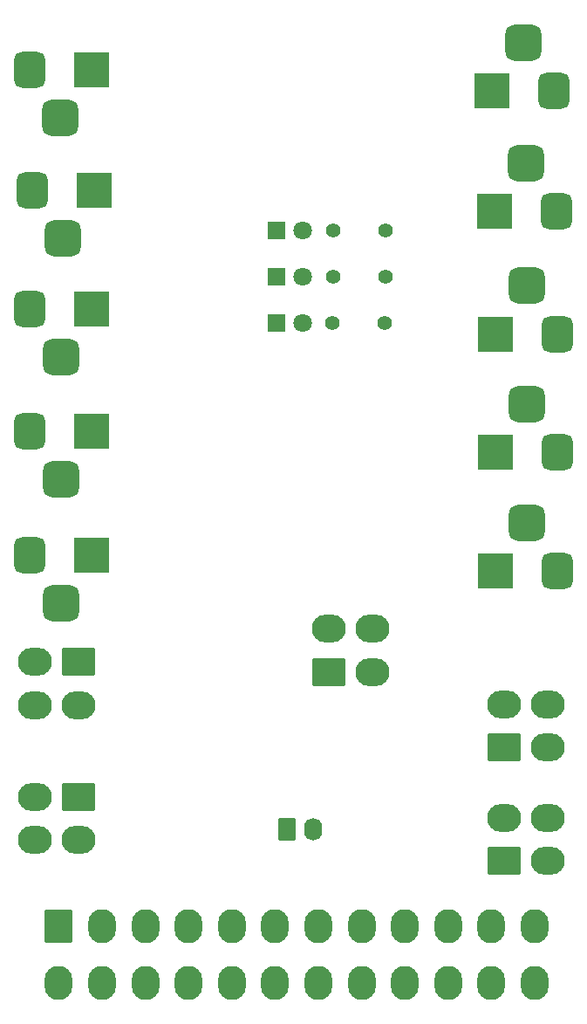
<source format=gbr>
%TF.GenerationSoftware,KiCad,Pcbnew,9.0.4*%
%TF.CreationDate,2026-02-08T17:50:35+10:00*%
%TF.ProjectId,OZ-HORNET-POWER-MAIN,4f5a2d48-4f52-44e4-9554-2d504f574552,rev?*%
%TF.SameCoordinates,Original*%
%TF.FileFunction,Soldermask,Bot*%
%TF.FilePolarity,Negative*%
%FSLAX46Y46*%
G04 Gerber Fmt 4.6, Leading zero omitted, Abs format (unit mm)*
G04 Created by KiCad (PCBNEW 9.0.4) date 2026-02-08 17:50:35*
%MOMM*%
%LPD*%
G01*
G04 APERTURE LIST*
G04 Aperture macros list*
%AMRoundRect*
0 Rectangle with rounded corners*
0 $1 Rounding radius*
0 $2 $3 $4 $5 $6 $7 $8 $9 X,Y pos of 4 corners*
0 Add a 4 corners polygon primitive as box body*
4,1,4,$2,$3,$4,$5,$6,$7,$8,$9,$2,$3,0*
0 Add four circle primitives for the rounded corners*
1,1,$1+$1,$2,$3*
1,1,$1+$1,$4,$5*
1,1,$1+$1,$6,$7*
1,1,$1+$1,$8,$9*
0 Add four rect primitives between the rounded corners*
20,1,$1+$1,$2,$3,$4,$5,0*
20,1,$1+$1,$4,$5,$6,$7,0*
20,1,$1+$1,$6,$7,$8,$9,0*
20,1,$1+$1,$8,$9,$2,$3,0*%
G04 Aperture macros list end*
%ADD10R,3.500000X3.500000*%
%ADD11RoundRect,0.750000X0.750000X1.000000X-0.750000X1.000000X-0.750000X-1.000000X0.750000X-1.000000X0*%
%ADD12RoundRect,0.875000X0.875000X0.875000X-0.875000X0.875000X-0.875000X-0.875000X0.875000X-0.875000X0*%
%ADD13R,1.800000X1.800000*%
%ADD14C,1.800000*%
%ADD15RoundRect,0.250001X-1.399999X1.099999X-1.399999X-1.099999X1.399999X-1.099999X1.399999X1.099999X0*%
%ADD16O,3.300000X2.700000*%
%ADD17RoundRect,0.250001X-1.099999X-1.399999X1.099999X-1.399999X1.099999X1.399999X-1.099999X1.399999X0*%
%ADD18O,2.700000X3.300000*%
%ADD19C,1.400000*%
%ADD20RoundRect,0.250001X1.399999X-1.099999X1.399999X1.099999X-1.399999X1.099999X-1.399999X-1.099999X0*%
%ADD21RoundRect,0.750000X-0.750000X-1.000000X0.750000X-1.000000X0.750000X1.000000X-0.750000X1.000000X0*%
%ADD22RoundRect,0.875000X-0.875000X-0.875000X0.875000X-0.875000X0.875000X0.875000X-0.875000X0.875000X0*%
%ADD23RoundRect,0.250000X-0.620000X-0.845000X0.620000X-0.845000X0.620000X0.845000X-0.620000X0.845000X0*%
%ADD24O,1.740000X2.190000*%
G04 APERTURE END LIST*
D10*
%TO.C,J2*%
X119250000Y-85457500D03*
D11*
X125250000Y-85457500D03*
D12*
X122250000Y-80757500D03*
%TD*%
D13*
%TO.C,D1*%
X98018000Y-75373000D03*
D14*
X100558000Y-75373000D03*
%TD*%
D15*
%TO.C,J10*%
X78724000Y-130327000D03*
D16*
X78724000Y-134527000D03*
X74524000Y-130327000D03*
X74524000Y-134527000D03*
%TD*%
D17*
%TO.C,J15*%
X76850000Y-142859000D03*
D18*
X81050000Y-142859000D03*
X85250000Y-142859000D03*
X89450000Y-142859000D03*
X93650000Y-142859000D03*
X97850000Y-142859000D03*
X102050000Y-142859000D03*
X106250000Y-142859000D03*
X110450000Y-142859000D03*
X114650000Y-142859000D03*
X118850000Y-142859000D03*
X123050000Y-142859000D03*
X76850000Y-148359000D03*
X81050000Y-148359000D03*
X85250000Y-148359000D03*
X89450000Y-148359000D03*
X93650000Y-148359000D03*
X97850000Y-148359000D03*
X102050000Y-148359000D03*
X106250000Y-148359000D03*
X110450000Y-148359000D03*
X114650000Y-148359000D03*
X118850000Y-148359000D03*
X123050000Y-148359000D03*
%TD*%
D19*
%TO.C,R3*%
X103438000Y-84373000D03*
X108518000Y-84373000D03*
%TD*%
D15*
%TO.C,J8*%
X78724000Y-117277000D03*
D16*
X78724000Y-121477000D03*
X74524000Y-117277000D03*
X74524000Y-121477000D03*
%TD*%
D20*
%TO.C,J11*%
X120118000Y-125573000D03*
D16*
X120118000Y-121373000D03*
X124318000Y-125573000D03*
X124318000Y-121373000D03*
%TD*%
D10*
%TO.C,J14*%
X80000000Y-59792500D03*
D21*
X74000000Y-59792500D03*
D22*
X77000000Y-64492500D03*
%TD*%
D19*
%TO.C,R2*%
X103518000Y-79873000D03*
X108598000Y-79873000D03*
%TD*%
D10*
%TO.C,J7*%
X80042000Y-106873000D03*
D21*
X74042000Y-106873000D03*
D22*
X77042000Y-111573000D03*
%TD*%
D23*
%TO.C,J3*%
X98980000Y-133520000D03*
D24*
X101520000Y-133520000D03*
%TD*%
D10*
%TO.C,J1*%
X119250000Y-96957500D03*
D11*
X125250000Y-96957500D03*
D12*
X122250000Y-92257500D03*
%TD*%
D10*
%TO.C,J5*%
X119250000Y-108457500D03*
D11*
X125250000Y-108457500D03*
D12*
X122250000Y-103757500D03*
%TD*%
D19*
%TO.C,R1*%
X103478000Y-75373000D03*
X108558000Y-75373000D03*
%TD*%
D10*
%TO.C,J13*%
X118916000Y-61877000D03*
D11*
X124916000Y-61877000D03*
D12*
X121916000Y-57177000D03*
%TD*%
D20*
%TO.C,J9*%
X103100000Y-118250000D03*
D16*
X103100000Y-114050000D03*
X107300000Y-118250000D03*
X107300000Y-114050000D03*
%TD*%
D10*
%TO.C,J16*%
X119166000Y-73584500D03*
D11*
X125166000Y-73584500D03*
D12*
X122166000Y-68884500D03*
%TD*%
D10*
%TO.C,J17*%
X80250000Y-71500000D03*
D21*
X74250000Y-71500000D03*
D22*
X77250000Y-76200000D03*
%TD*%
D13*
%TO.C,D3*%
X98018000Y-84373000D03*
D14*
X100558000Y-84373000D03*
%TD*%
D10*
%TO.C,J4*%
X80042000Y-94873000D03*
D21*
X74042000Y-94873000D03*
D22*
X77042000Y-99573000D03*
%TD*%
D20*
%TO.C,J12*%
X120118000Y-136573000D03*
D16*
X120118000Y-132373000D03*
X124318000Y-136573000D03*
X124318000Y-132373000D03*
%TD*%
D13*
%TO.C,D2*%
X98018000Y-79873000D03*
D14*
X100558000Y-79873000D03*
%TD*%
D10*
%TO.C,J6*%
X80042000Y-83026500D03*
D21*
X74042000Y-83026500D03*
D22*
X77042000Y-87726500D03*
%TD*%
M02*

</source>
